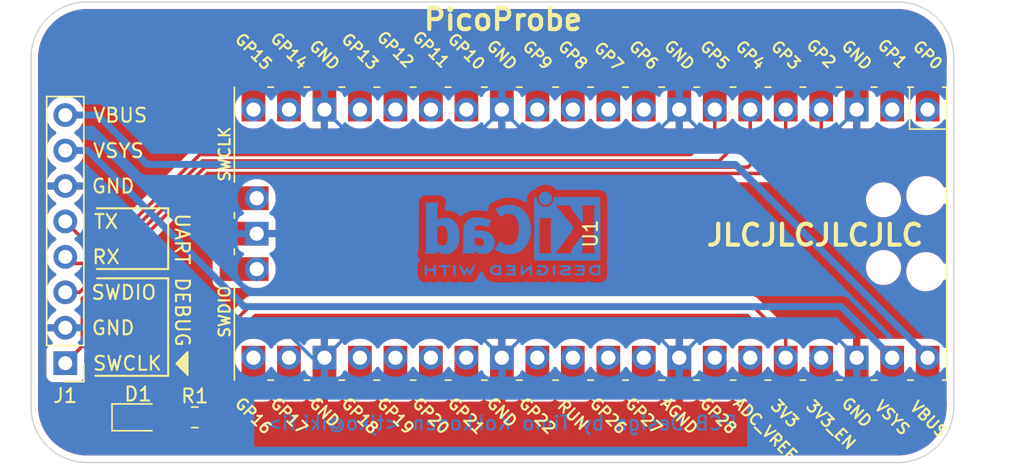
<source format=kicad_pcb>
(kicad_pcb (version 20211014) (generator pcbnew)
  (layers (0 "F.Cu" signal) (31 "B.Cu" signal) (34 "B.Paste" user) (35 "F.Paste" user) (36 "B.SilkS" user "B.Silkscreen") (37 "F.SilkS" user "F.Silkscreen") (38 "B.Mask" user) (39 "F.Mask" user) (44 "Edge.Cuts" user))
  (net 0 "")
  (net 1 "SWCLK")
  (net 2 "GND")
  (net 3 "SWDIO")
  (net 4 "RX")
  (net 5 "TX")
  (net 6 "VSYS")
  (net 7 "VBUS")
  (net 32 "Net-(D1-Pad2)")
  (net 36 "3V3")
  (footprint "Symbol:OSHW-Logo2_7.3x6mm_Copper" (layer "F.Cu") (at 118.6 74.1)
    (fp_text reference "REF**" hide)
    (fp_text value "OSHW-Logo2_7.3x6mm_Copper" hide)
  )
  (footprint "LED_SMD:LED_0805_2012Metric_Pad1.15x1.40mm_HandSolder" (layer "F.Cu") (at 116.989 99.7785)
    (fp_text reference "D1")
    (fp_text value "LED (0805 Green)")
  )
  (footprint "MCU_RaspberryPi_and_Boards:RPi_Pico_SMD_TH" (layer "F.Cu") (at 149.385 86.615 -90)
    (fp_text reference "U1")
    (fp_text value "Pico")
  )
  (footprint "Connector_PinHeader_2.54mm:PinHeader_1x08_P2.54mm_Vertical" (layer "F.Cu") (at 111.782 95.898 180)
    (fp_text reference "J1")
    (fp_text value "Conn_01x08")
  )
  (footprint "Resistor_SMD:R_0805_2012Metric_Pad1.20x1.40mm_HandSolder" (layer "F.Cu") (at 121.053 99.7785 180)
    (fp_text reference "R1")
    (fp_text value "5k")
  )
  (footprint "Symbol:KiCad-Logo2_5mm_Copper" (layer "B.Cu") (at 143.8 86.6 180)
    (fp_text reference "REF**" hide)
    (fp_text value "KiCad-Logo2_5mm_Copper" hide)
  )
  (gr_line (start 119.148 96.802) (end 113.941 96.802) (layer "F.SilkS") (width 0.15))
  (gr_line (start 114.05 89.15) (end 119.15 89.15) (layer "F.SilkS") (width 0.15))
  (gr_line (start 119.15 89.15) (end 119.15 84.8) (layer "F.SilkS") (width 0.15))
  (gr_line (start 114.068 89.817) (end 119.148 89.817) (layer "F.SilkS") (width 0.15))
  (gr_line (start 119.15 84.8) (end 114.05 84.8) (layer "F.SilkS") (width 0.15))
  (gr_poly (pts (xy 119.7449 95.9257) (xy 120.5323 95.1129) (xy 120.5323 96.7131)) (layer "F.SilkS") (width 0.15) (fill solid))
  (gr_line (start 119.148 89.817) (end 119.148 96.802) (layer "F.SilkS") (width 0.15))
  (gr_line (start 113.3284 70.015) (end 171.385 70.015) (layer "Edge.Cuts") (width 0.1))
  (gr_arc (start 175.385 99.015) (mid 174.213427 101.843427) (end 171.385 103.015) (layer "Edge.Cuts") (width 0.1))
  (gr_arc (start 109.328427 74.015) (mid 110.5 71.186573) (end 113.328427 70.015) (layer "Edge.Cuts") (width 0.1))
  (gr_line (start 171.385 103.015) (end 113.3284 103.015) (layer "Edge.Cuts") (width 0.1))
  (gr_arc (start 113.328427 103.015) (mid 110.5 101.843427) (end 109.328427 99.015) (layer "Edge.Cuts") (width 0.1))
  (gr_line (start 109.328427 99.015) (end 109.328427 74.015) (layer "Edge.Cuts") (width 0.1))
  (gr_arc (start 171.385 70.015) (mid 174.213427 71.186573) (end 175.385 74.015) (layer "Edge.Cuts") (width 0.1))
  (gr_line (start 175.385 74.015) (end 175.385 99.015) (layer "Edge.Cuts") (width 0.1))
  (gr_text "PCB Design by Timo Kokkonen <tjko@iki.fi>" (at 142.95 100.2) (layer "B.Cu") (effects (font (size 1 1)) (justify mirror)))
  (gr_text "PicoProbe" (at 143.125 71.275) (layer "F.SilkS") (effects (font (size 1.5 1.5) (thickness 0.3))))
  (gr_text "UART" (at 120.15 87 270) (layer "F.SilkS") (effects (font (size 1 1))))
  (gr_text "RX" (at 114.703 88.293) (layer "F.SilkS") (effects (font (size 1 1))))
  (gr_text "JLCJLCJLCJLC" (at 165.45 86.725) (layer "F.SilkS") (effects (font (size 1.5 1.5) (thickness 0.3))))
  (gr_text "VBUS" (at 115.719 78.133) (layer "F.SilkS") (effects (font (size 1 1))))
  (gr_text "VSYS" (at 115.592 80.673) (layer "F.SilkS") (effects (font (size 1 1))))
  (gr_text "DEBUG" (at 120.164 92.23 270) (layer "F.SilkS") (effects (font (size 1 1))))
  (gr_text "GND" (at 115.211 93.373) (layer "F.SilkS") (effects (font (size 1 1))))
  (gr_text "SWDIO" (at 115.973 90.833) (layer "F.SilkS") (effects (font (size 1 1))))
  (gr_text "SWCLK" (at 116.227 95.913) (layer "F.SilkS") (effects (font (size 1 1))))
  (gr_text "GND" (at 115.211 83.213) (layer "F.SilkS") (effects (font (size 1 1))))
  (gr_text "TX" (at 114.703 85.753) (layer "F.SilkS") (effects (font (size 1 1))))
  (segment (start 113 94.68) (end 113 91.266718) (width 0.25) (layer "F.Cu") (net 1))
  (segment (start 113 91.266718) (end 115.615606 88.651112) (width 0.25) (layer "F.Cu") (net 1))
  (segment (start 111.782 95.898) (end 113 94.68) (width 0.25) (layer "F.Cu") (net 1))
  (segment (start 162.7 82.3) (end 165.895 79.105) (width 0.25) (layer "F.Cu") (net 1))
  (segment (start 115.615606 88.650394) (end 121.966 82.3) (width 0.25) (layer "F.Cu") (net 1))
  (segment (start 121.966 82.3) (end 162.7 82.3) (width 0.25) (layer "F.Cu") (net 1))
  (segment (start 115.615606 88.651112) (end 115.615606 88.650394) (width 0.25) (layer "F.Cu") (net 1))
  (segment (start 165.895 79.105) (end 165.895 77.725) (width 0.25) (layer "F.Cu") (net 1))
  (segment (start 168.41 86.615) (end 168.435 86.59) (width 0.25) (layer "F.Cu") (net 2))
  (segment (start 125.485 86.615) (end 168.41 86.615) (width 0.25) (layer "F.Cu") (net 2))
  (segment (start 168.435 86.59) (end 168.435 77.725) (width 0.25) (layer "F.Cu") (net 2))
  (segment (start 168.435 95.505) (end 168.435 86.59) (width 0.25) (layer "F.Cu") (net 2))
  (segment (start 127.30901 93.358) (end 129.45601 95.505) (width 0.25) (layer "B.Cu") (net 2))
  (segment (start 143.035 95.505) (end 141.03 93.5) (width 0.25) (layer "B.Cu") (net 2))
  (segment (start 132.648 80.038) (end 130.335 77.725) (width 0.25) (layer "B.Cu") (net 2))
  (segment (start 155.735 95.505) (end 157.74 93.5) (width 0.25) (layer "B.Cu") (net 2))
  (segment (start 141.03 93.5) (end 132.37 93.5) (width 0.25) (layer "B.Cu") (net 2))
  (segment (start 145.04 93.5) (end 143.035 95.505) (width 0.25) (layer "B.Cu") (net 2))
  (segment (start 166.122 80.038) (end 158.048 80.038) (width 0.25) (layer "B.Cu") (net 2))
  (segment (start 130.365 95.505) (end 132.37 93.5) (width 0.25) (layer "B.Cu") (net 2))
  (segment (start 140.722 80.038) (end 132.648 80.038) (width 0.25) (layer "B.Cu") (net 2))
  (segment (start 145.348 80.038) (end 143.035 77.725) (width 0.25) (layer "B.Cu") (net 2))
  (segment (start 155.735 77.725) (end 153.422 80.038) (width 0.25) (layer "B.Cu") (net 2))
  (segment (start 166.43 93.5) (end 168.435 95.505) (width 0.25) (layer "B.Cu") (net 2))
  (segment (start 155.735 95.505) (end 153.73 93.5) (width 0.25) (layer "B.Cu") (net 2))
  (segment (start 153.422 80.038) (end 145.348 80.038) (width 0.25) (layer "B.Cu") (net 2))
  (segment (start 129.45601 95.505) (end 130.335 95.505) (width 0.25) (layer "B.Cu") (net 2))
  (segment (start 158.048 80.038) (end 155.735 77.725) (width 0.25) (layer "B.Cu") (net 2))
  (segment (start 130.335 95.505) (end 130.365 95.505) (width 0.25) (layer "B.Cu") (net 2))
  (segment (start 111.782 93.358) (end 127.30901 93.358) (width 0.25) (layer "B.Cu") (net 2))
  (segment (start 168.435 77.725) (end 166.122 80.038) (width 0.25) (layer "B.Cu") (net 2))
  (segment (start 153.73 93.5) (end 145.04 93.5) (width 0.25) (layer "B.Cu") (net 2))
  (segment (start 157.74 93.5) (end 166.43 93.5) (width 0.25) (layer "B.Cu") (net 2))
  (segment (start 143.035 77.725) (end 140.722 80.038) (width 0.25) (layer "B.Cu") (net 2))
  (segment (start 160.64952 81.85048) (end 163.355 79.145) (width 0.25) (layer "F.Cu") (net 3))
  (segment (start 112.812282 90.818) (end 121.779803 81.85048) (width 0.25) (layer "F.Cu") (net 3))
  (segment (start 111.782 90.818) (end 112.812282 90.818) (width 0.25) (layer "F.Cu") (net 3))
  (segment (start 163.355 79.145) (end 163.355 77.725) (width 0.25) (layer "F.Cu") (net 3))
  (segment (start 121.779803 81.85048) (end 160.64952 81.85048) (width 0.25) (layer "F.Cu") (net 3))
  (segment (start 111.782 88.278) (end 112.254 88.75) (width 0.25) (layer "F.Cu") (net 4))
  (segment (start 121.593606 81.40096) (end 158.59904 81.40096) (width 0.25) (layer "F.Cu") (net 4))
  (segment (start 114.244566 88.75) (end 121.593606 81.40096) (width 0.25) (layer "F.Cu") (net 4))
  (segment (start 158.59904 81.40096) (end 160.815 79.185) (width 0.25) (layer "F.Cu") (net 4))
  (segment (start 160.815 79.185) (end 160.815 77.725) (width 0.25) (layer "F.Cu") (net 4))
  (segment (start 112.254 88.75) (end 114.244566 88.75) (width 0.25) (layer "F.Cu") (net 4))
  (segment (start 121.407409 80.95144) (end 156.54856 80.95144) (width 0.25) (layer "F.Cu") (net 5))
  (segment (start 113.794 87.75) (end 114.608849 87.75) (width 0.25) (layer "F.Cu") (net 5))
  (segment (start 158.275 79.225) (end 158.275 77.725) (width 0.25) (layer "F.Cu") (net 5))
  (segment (start 114.608849 87.75) (end 121.407409 80.95144) (width 0.25) (layer "F.Cu") (net 5))
  (segment (start 156.54856 80.95144) (end 158.275 79.225) (width 0.25) (layer "F.Cu") (net 5))
  (segment (start 111.782 85.738) (end 113.794 87.75) (width 0.25) (layer "F.Cu") (net 5))
  (segment (start 124.599 91.849) (end 113.408 80.658) (width 0.5) (layer "B.Cu") (net 6))
  (segment (start 167.319 91.849) (end 124.599 91.849) (width 0.5) (layer "B.Cu") (net 6))
  (segment (start 113.408 80.658) (end 111.782 80.658) (width 0.5) (layer "B.Cu") (net 6))
  (segment (start 170.975 95.505) (end 167.319 91.849) (width 0.5) (layer "B.Cu") (net 6))
  (segment (start 114.118 78.118) (end 111.782 78.118) (width 0.5) (layer "B.Cu") (net 7))
  (segment (start 173.515 95.505) (end 173.515 95.415) (width 0.5) (layer "B.Cu") (net 7))
  (segment (start 173.515 95.415) (end 159.75 81.65) (width 0.5) (layer "B.Cu") (net 7))
  (segment (start 159.75 81.65) (end 117.65 81.65) (width 0.5) (layer "B.Cu") (net 7))
  (segment (start 117.65 81.65) (end 114.118 78.118) (width 0.5) (layer "B.Cu") (net 7))
  (segment (start 118.014 99.7785) (end 120.053 99.7785) (width 0.25) (layer "F.Cu") (net 32))
  (segment (start 122.053 95.659) (end 122.053 99.7785) (width 0.25) (layer "F.Cu") (net 36))
  (segment (start 125.078 91.722) (end 122.053 94.747) (width 0.25) (layer "F.Cu") (net 36))
  (segment (start 163.355 95.505) (end 163.355 94.155) (width 0.25) (layer "F.Cu") (net 36))
  (segment (start 160.922 91.722) (end 125.078 91.722) (width 0.25) (layer "F.Cu") (net 36))
  (segment (start 163.355 94.155) (end 160.922 91.722) (width 0.25) (layer "F.Cu") (net 36))
  (segment (start 122.053 94.747) (end 122.053 95.675) (width 0.25) (layer "F.Cu") (net 36))
  (zone (net 2) (net_name "GND") (layers F&B.Cu) (connect_pads (clearance 0.508)) (min_thickness 0.254) (fill yes (thermal_gap 0.508) (thermal_bridge_width 0.508) (smoothing fillet) (radius 5))
    (polygon (pts (xy 109.254 103.025) (xy 109.254 70.005) (xy 175.155 70.005) (xy 175.155 103.025)))
  )
  (zone (net 2) (net_name "GND") (layer "F.Cu") (connect_pads (clearance 0.508)) (min_thickness 0.254) (fill yes (thermal_gap 0.508) (thermal_bridge_width 0.508) (smoothing fillet) (radius 5))
    (polygon (pts (xy 109.254 103.025) (xy 109.254 70.005) (xy 175.155 70.005) (xy 175.155 103.025)))
  )
)
</source>
